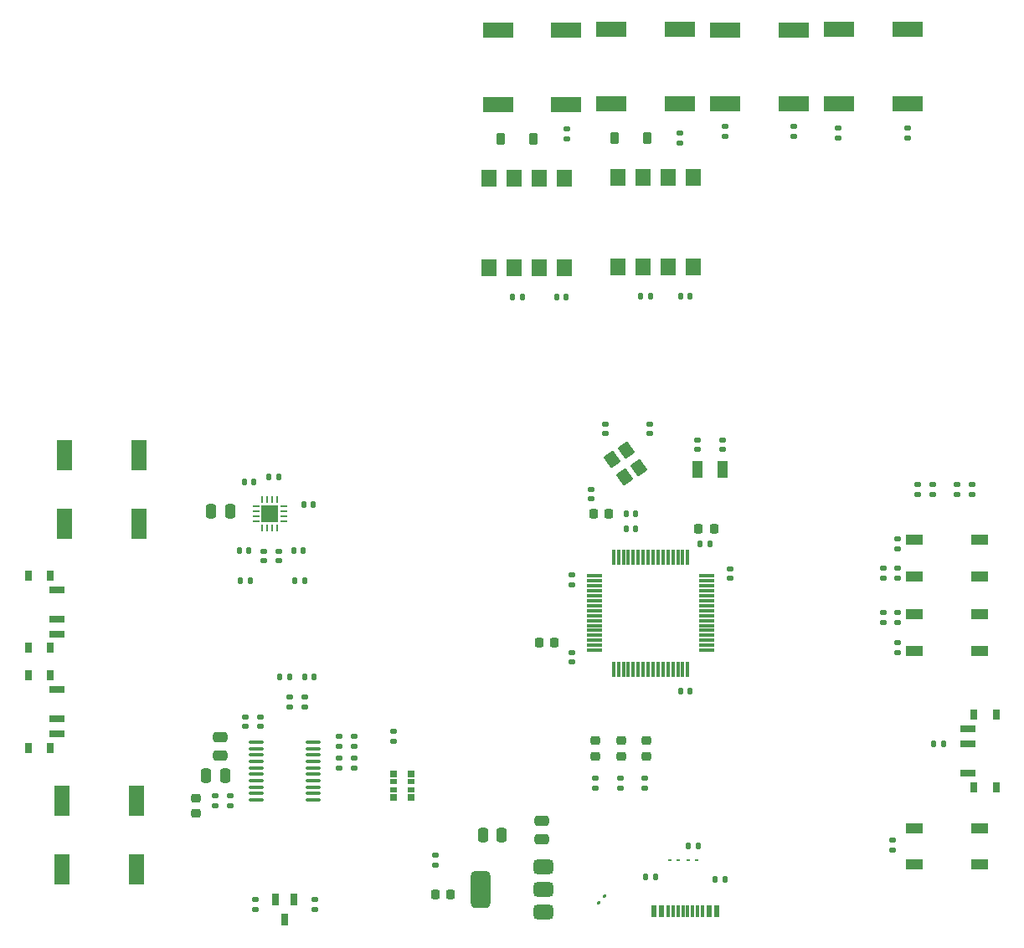
<source format=gbr>
%TF.GenerationSoftware,KiCad,Pcbnew,8.0.5*%
%TF.CreationDate,2024-10-26T11:49:30-04:00*%
%TF.ProjectId,stm-midi-poc1,73746d2d-6d69-4646-992d-706f63312e6b,1*%
%TF.SameCoordinates,Original*%
%TF.FileFunction,Paste,Top*%
%TF.FilePolarity,Positive*%
%FSLAX46Y46*%
G04 Gerber Fmt 4.6, Leading zero omitted, Abs format (unit mm)*
G04 Created by KiCad (PCBNEW 8.0.5) date 2024-10-26 11:49:30*
%MOMM*%
%LPD*%
G01*
G04 APERTURE LIST*
G04 Aperture macros list*
%AMRoundRect*
0 Rectangle with rounded corners*
0 $1 Rounding radius*
0 $2 $3 $4 $5 $6 $7 $8 $9 X,Y pos of 4 corners*
0 Add a 4 corners polygon primitive as box body*
4,1,4,$2,$3,$4,$5,$6,$7,$8,$9,$2,$3,0*
0 Add four circle primitives for the rounded corners*
1,1,$1+$1,$2,$3*
1,1,$1+$1,$4,$5*
1,1,$1+$1,$6,$7*
1,1,$1+$1,$8,$9*
0 Add four rect primitives between the rounded corners*
20,1,$1+$1,$2,$3,$4,$5,0*
20,1,$1+$1,$4,$5,$6,$7,0*
20,1,$1+$1,$6,$7,$8,$9,0*
20,1,$1+$1,$8,$9,$2,$3,0*%
%AMRotRect*
0 Rectangle, with rotation*
0 The origin of the aperture is its center*
0 $1 length*
0 $2 width*
0 $3 Rotation angle, in degrees counterclockwise*
0 Add horizontal line*
21,1,$1,$2,0,0,$3*%
G04 Aperture macros list end*
%ADD10RoundRect,0.075000X-0.075000X0.700000X-0.075000X-0.700000X0.075000X-0.700000X0.075000X0.700000X0*%
%ADD11RoundRect,0.075000X-0.700000X0.075000X-0.700000X-0.075000X0.700000X-0.075000X0.700000X0.075000X0*%
%ADD12RoundRect,0.140000X0.170000X-0.140000X0.170000X0.140000X-0.170000X0.140000X-0.170000X-0.140000X0*%
%ADD13R,3.100000X1.500000*%
%ADD14RoundRect,0.225000X-0.250000X0.225000X-0.250000X-0.225000X0.250000X-0.225000X0.250000X0.225000X0*%
%ADD15RoundRect,0.135000X-0.185000X0.135000X-0.185000X-0.135000X0.185000X-0.135000X0.185000X0.135000X0*%
%ADD16RoundRect,0.140000X0.140000X0.170000X-0.140000X0.170000X-0.140000X-0.170000X0.140000X-0.170000X0*%
%ADD17R,1.700000X1.000000*%
%ADD18RoundRect,0.140000X-0.140000X-0.170000X0.140000X-0.170000X0.140000X0.170000X-0.140000X0.170000X0*%
%ADD19RoundRect,0.100000X-0.637500X-0.100000X0.637500X-0.100000X0.637500X0.100000X-0.637500X0.100000X0*%
%ADD20RoundRect,0.135000X0.185000X-0.135000X0.185000X0.135000X-0.185000X0.135000X-0.185000X-0.135000X0*%
%ADD21R,0.700000X1.250000*%
%ADD22RoundRect,0.140000X-0.170000X0.140000X-0.170000X-0.140000X0.170000X-0.140000X0.170000X0.140000X0*%
%ADD23RoundRect,0.062500X0.117500X0.062500X-0.117500X0.062500X-0.117500X-0.062500X0.117500X-0.062500X0*%
%ADD24RoundRect,0.250000X-0.250000X-0.475000X0.250000X-0.475000X0.250000X0.475000X-0.250000X0.475000X0*%
%ADD25RoundRect,0.218750X0.256250X-0.218750X0.256250X0.218750X-0.256250X0.218750X-0.256250X-0.218750X0*%
%ADD26RoundRect,0.218750X0.218750X0.256250X-0.218750X0.256250X-0.218750X-0.256250X0.218750X-0.256250X0*%
%ADD27RotRect,1.400000X1.200000X125.000000*%
%ADD28R,1.000000X1.800000*%
%ADD29R,0.800000X1.000000*%
%ADD30R,1.500000X0.700000*%
%ADD31RoundRect,0.135000X-0.135000X-0.185000X0.135000X-0.185000X0.135000X0.185000X-0.135000X0.185000X0*%
%ADD32R,1.500000X3.100000*%
%ADD33RoundRect,0.225000X0.225000X0.250000X-0.225000X0.250000X-0.225000X-0.250000X0.225000X-0.250000X0*%
%ADD34R,0.280000X0.660000*%
%ADD35R,0.660000X0.280000*%
%ADD36R,1.750000X1.750000*%
%ADD37RoundRect,0.135000X0.135000X0.185000X-0.135000X0.185000X-0.135000X-0.185000X0.135000X-0.185000X0*%
%ADD38RoundRect,0.375000X0.625000X0.375000X-0.625000X0.375000X-0.625000X-0.375000X0.625000X-0.375000X0*%
%ADD39RoundRect,0.500000X0.500000X1.400000X-0.500000X1.400000X-0.500000X-1.400000X0.500000X-1.400000X0*%
%ADD40R,0.600000X1.150000*%
%ADD41R,0.300000X1.150000*%
%ADD42RoundRect,0.250000X0.475000X-0.250000X0.475000X0.250000X-0.475000X0.250000X-0.475000X-0.250000X0*%
%ADD43RoundRect,0.225000X0.225000X0.375000X-0.225000X0.375000X-0.225000X-0.375000X0.225000X-0.375000X0*%
%ADD44R,1.520000X1.780000*%
%ADD45RoundRect,0.250000X-0.475000X0.250000X-0.475000X-0.250000X0.475000X-0.250000X0.475000X0.250000X0*%
%ADD46RoundRect,0.250000X0.250000X0.475000X-0.250000X0.475000X-0.250000X-0.475000X0.250000X-0.475000X0*%
%ADD47RoundRect,0.225000X-0.225000X-0.250000X0.225000X-0.250000X0.225000X0.250000X-0.225000X0.250000X0*%
%ADD48RoundRect,0.062500X-0.117500X-0.062500X0.117500X-0.062500X0.117500X0.062500X-0.117500X0.062500X0*%
%ADD49R,0.800000X0.650000*%
%ADD50R,0.800000X0.500000*%
%ADD51RoundRect,0.218750X-0.218750X-0.256250X0.218750X-0.256250X0.218750X0.256250X-0.218750X0.256250X0*%
%ADD52RoundRect,0.062500X0.038891X0.127279X-0.127279X-0.038891X-0.038891X-0.127279X0.127279X0.038891X0*%
G04 APERTURE END LIST*
D10*
%TO.C,U1*%
X174741181Y-94350976D03*
X174241181Y-94350976D03*
X173741181Y-94350976D03*
X173241181Y-94350976D03*
X172741181Y-94350976D03*
X172241181Y-94350976D03*
X171741181Y-94350976D03*
X171241181Y-94350976D03*
X170741181Y-94350976D03*
X170241181Y-94350976D03*
X169741181Y-94350976D03*
X169241181Y-94350976D03*
X168741181Y-94350976D03*
X168241181Y-94350976D03*
X167741181Y-94350976D03*
X167241181Y-94350976D03*
D11*
X165316181Y-96275976D03*
X165316181Y-96775976D03*
X165316181Y-97275976D03*
X165316181Y-97775976D03*
X165316181Y-98275976D03*
X165316181Y-98775976D03*
X165316181Y-99275976D03*
X165316181Y-99775976D03*
X165316181Y-100275976D03*
X165316181Y-100775976D03*
X165316181Y-101275976D03*
X165316181Y-101775976D03*
X165316181Y-102275976D03*
X165316181Y-102775976D03*
X165316181Y-103275976D03*
X165316181Y-103775976D03*
D10*
X167241181Y-105700976D03*
X167741181Y-105700976D03*
X168241181Y-105700976D03*
X168741181Y-105700976D03*
X169241181Y-105700976D03*
X169741181Y-105700976D03*
X170241181Y-105700976D03*
X170741181Y-105700976D03*
X171241181Y-105700976D03*
X171741181Y-105700976D03*
X172241181Y-105700976D03*
X172741181Y-105700976D03*
X173241181Y-105700976D03*
X173741181Y-105700976D03*
X174241181Y-105700976D03*
X174741181Y-105700976D03*
D11*
X176666181Y-103775976D03*
X176666181Y-103275976D03*
X176666181Y-102775976D03*
X176666181Y-102275976D03*
X176666181Y-101775976D03*
X176666181Y-101275976D03*
X176666181Y-100775976D03*
X176666181Y-100275976D03*
X176666181Y-99775976D03*
X176666181Y-99275976D03*
X176666181Y-98775976D03*
X176666181Y-98275976D03*
X176666181Y-97775976D03*
X176666181Y-97275976D03*
X176666181Y-96775976D03*
X176666181Y-96275976D03*
%TD*%
D12*
%TO.C,C16*%
X175750000Y-83480000D03*
X175750000Y-82520000D03*
%TD*%
D13*
%TO.C,CN4*%
X167041181Y-48478476D03*
X167041181Y-40978476D03*
X173941181Y-40978476D03*
X173941181Y-48478476D03*
%TD*%
D12*
%TO.C,C2*%
X163036385Y-97149799D03*
X163036385Y-96189799D03*
%TD*%
D14*
%TO.C,C29*%
X125000000Y-118725000D03*
X125000000Y-120275000D03*
%TD*%
D15*
%TO.C,R13*%
X196991181Y-50968472D03*
X196991181Y-51988472D03*
%TD*%
D16*
%TO.C,C35*%
X134480000Y-106500000D03*
X133520000Y-106500000D03*
%TD*%
D17*
%TO.C,SW5*%
X204291181Y-103828476D03*
X197691181Y-103828476D03*
X204291181Y-100128476D03*
X197691181Y-100128476D03*
%TD*%
D18*
%TO.C,C44*%
X174011181Y-67978476D03*
X174971181Y-67978476D03*
%TD*%
D19*
%TO.C,U4*%
X131137500Y-113075000D03*
X131137500Y-113725000D03*
X131137500Y-114375000D03*
X131137500Y-115025000D03*
X131137500Y-115675000D03*
X131137500Y-116325000D03*
X131137500Y-116975000D03*
X131137500Y-117625000D03*
X131137500Y-118275000D03*
X131137500Y-118925000D03*
X136862500Y-118925000D03*
X136862500Y-118275000D03*
X136862500Y-117625000D03*
X136862500Y-116975000D03*
X136862500Y-116325000D03*
X136862500Y-115675000D03*
X136862500Y-115025000D03*
X136862500Y-114375000D03*
X136862500Y-113725000D03*
X136862500Y-113075000D03*
%TD*%
D20*
%TO.C,R20*%
X203500000Y-88010000D03*
X203500000Y-86990000D03*
%TD*%
D21*
%TO.C,U8*%
X134950000Y-129000000D03*
X133050000Y-129000000D03*
X134000000Y-131000000D03*
%TD*%
D18*
%TO.C,C34*%
X136020000Y-106500000D03*
X136980000Y-106500000D03*
%TD*%
%TO.C,C6*%
X168520000Y-91500000D03*
X169480000Y-91500000D03*
%TD*%
%TO.C,C7*%
X168520000Y-90000000D03*
X169480000Y-90000000D03*
%TD*%
D22*
%TO.C,C26*%
X139526545Y-114705054D03*
X139526545Y-115665054D03*
%TD*%
D23*
%TO.C,D8*%
X172912313Y-125039289D03*
X173752313Y-125039289D03*
%TD*%
D24*
%TO.C,C15*%
X154041181Y-122478476D03*
X155941181Y-122478476D03*
%TD*%
D22*
%TO.C,C9*%
X195500000Y-123020000D03*
X195500000Y-123980000D03*
%TD*%
D16*
%TO.C,C41*%
X130881181Y-86728476D03*
X129921181Y-86728476D03*
%TD*%
D25*
%TO.C,D3*%
X170590006Y-114499994D03*
X170590006Y-112924994D03*
%TD*%
D20*
%TO.C,R22*%
X134500000Y-109530000D03*
X134500000Y-108510000D03*
%TD*%
D26*
%TO.C,FB1*%
X166787500Y-90000000D03*
X165212500Y-90000000D03*
%TD*%
D27*
%TO.C,Y1*%
X169761869Y-85302133D03*
X168500000Y-83500000D03*
X167107443Y-84475081D03*
X168369312Y-86277214D03*
%TD*%
D28*
%TO.C,X1*%
X178250000Y-85500000D03*
X175750000Y-85500000D03*
%TD*%
D15*
%TO.C,R21*%
X145000000Y-111990000D03*
X145000000Y-113010000D03*
%TD*%
D22*
%TO.C,C32*%
X139500000Y-112520000D03*
X139500000Y-113480000D03*
%TD*%
D12*
%TO.C,C38*%
X131901181Y-94708476D03*
X131901181Y-93748476D03*
%TD*%
D29*
%TO.C,SW1*%
X203711181Y-117628476D03*
X205921181Y-117628476D03*
X203711181Y-110328476D03*
X205921181Y-110328476D03*
D30*
X203061181Y-116228476D03*
X203061181Y-113228476D03*
X203061181Y-111728476D03*
%TD*%
D22*
%TO.C,C28*%
X128500000Y-118520000D03*
X128500000Y-119480000D03*
%TD*%
D12*
%TO.C,C10*%
X170934656Y-81868607D03*
X170934656Y-80908607D03*
%TD*%
%TO.C,C17*%
X178250000Y-83480000D03*
X178250000Y-82520000D03*
%TD*%
D16*
%TO.C,C36*%
X135881181Y-93728476D03*
X134921181Y-93728476D03*
%TD*%
D31*
%TO.C,R29*%
X169990000Y-67978476D03*
X171010000Y-67978476D03*
%TD*%
D32*
%TO.C,CN5*%
X118991181Y-125950000D03*
X111491181Y-125950000D03*
X111491181Y-119050000D03*
X118991181Y-119050000D03*
%TD*%
D33*
%TO.C,C12*%
X161266181Y-103025976D03*
X159716181Y-103025976D03*
%TD*%
D34*
%TO.C,U3*%
X131741181Y-91388476D03*
X132241181Y-91388476D03*
X132741181Y-91388476D03*
X133241181Y-91388476D03*
D35*
X133901181Y-90728476D03*
X133901181Y-90228476D03*
X133901181Y-89728476D03*
X133901181Y-89228476D03*
D34*
X133241181Y-88568476D03*
X132741181Y-88568476D03*
X132241181Y-88568476D03*
X131741181Y-88568476D03*
D35*
X131081181Y-89228476D03*
X131081181Y-89728476D03*
X131081181Y-90228476D03*
X131081181Y-90728476D03*
D36*
X132491181Y-89978476D03*
%TD*%
D15*
%TO.C,R26*%
X185491181Y-50775976D03*
X185491181Y-51795976D03*
%TD*%
%TO.C,R6*%
X170430006Y-116702494D03*
X170430006Y-117722494D03*
%TD*%
D37*
%TO.C,R25*%
X136010000Y-96728476D03*
X134990000Y-96728476D03*
%TD*%
D15*
%TO.C,R17*%
X198000000Y-86990000D03*
X198000000Y-88010000D03*
%TD*%
D20*
%TO.C,R11*%
X194500000Y-100988476D03*
X194500000Y-99968476D03*
%TD*%
D32*
%TO.C,CN6*%
X119241181Y-90950000D03*
X111741181Y-90950000D03*
X111741181Y-84050000D03*
X119241181Y-84050000D03*
%TD*%
D20*
%TO.C,R23*%
X136000000Y-109530000D03*
X136000000Y-108510000D03*
%TD*%
D16*
%TO.C,C5*%
X174960000Y-107911823D03*
X174000000Y-107911823D03*
%TD*%
D29*
%TO.C,SW2*%
X110280000Y-106350000D03*
X108070000Y-106350000D03*
X110280000Y-113650000D03*
X108070000Y-113650000D03*
D30*
X110930000Y-107750000D03*
X110930000Y-110750000D03*
X110930000Y-112250000D03*
%TD*%
D31*
%TO.C,R3*%
X170510545Y-126708964D03*
X171530545Y-126708964D03*
%TD*%
D17*
%TO.C,SW4*%
X197691181Y-92628476D03*
X204291181Y-92628476D03*
X197691181Y-96328476D03*
X204291181Y-96328476D03*
%TD*%
D38*
%TO.C,U2*%
X160141181Y-130278476D03*
X160141181Y-127978476D03*
D39*
X153841181Y-127978476D03*
D38*
X160141181Y-125678476D03*
%TD*%
D22*
%TO.C,C19*%
X196000000Y-99998476D03*
X196000000Y-100958476D03*
%TD*%
%TO.C,C25*%
X141026545Y-114725054D03*
X141026545Y-115685054D03*
%TD*%
D29*
%TO.C,SW3*%
X110280000Y-96251199D03*
X108070000Y-96251199D03*
X110280000Y-103551199D03*
X108070000Y-103551199D03*
D30*
X110930000Y-97651199D03*
X110930000Y-100651199D03*
X110930000Y-102151199D03*
%TD*%
D40*
%TO.C,J1*%
X171300000Y-130223476D03*
X172100000Y-130223476D03*
D41*
X173250000Y-130223476D03*
X174250000Y-130223476D03*
X174750000Y-130223476D03*
X175750000Y-130223476D03*
D40*
X177700000Y-130223476D03*
X176900000Y-130223476D03*
D41*
X176250000Y-130223476D03*
X175250000Y-130223476D03*
X173750000Y-130223476D03*
X172750000Y-130223476D03*
%TD*%
D18*
%TO.C,C4*%
X176011181Y-93000000D03*
X176971181Y-93000000D03*
%TD*%
D42*
%TO.C,C14*%
X159991181Y-122928476D03*
X159991181Y-121028476D03*
%TD*%
D18*
%TO.C,C20*%
X161511181Y-68025976D03*
X162471181Y-68025976D03*
%TD*%
D12*
%TO.C,C30*%
X130000000Y-111480000D03*
X130000000Y-110520000D03*
%TD*%
%TO.C,C33*%
X131500000Y-111480000D03*
X131500000Y-110520000D03*
%TD*%
D15*
%TO.C,R12*%
X196000000Y-102988476D03*
X196000000Y-104008476D03*
%TD*%
D20*
%TO.C,R19*%
X202000000Y-88010000D03*
X202000000Y-86990000D03*
%TD*%
D13*
%TO.C,CN1*%
X190041181Y-48478472D03*
X190041181Y-40978472D03*
X196941181Y-40978472D03*
X196941181Y-48478472D03*
%TD*%
D12*
%TO.C,C11*%
X166434656Y-81868607D03*
X166434656Y-80908607D03*
%TD*%
D22*
%TO.C,C31*%
X141000000Y-112520000D03*
X141000000Y-113480000D03*
%TD*%
D43*
%TO.C,D6*%
X159141181Y-52025976D03*
X155841181Y-52025976D03*
%TD*%
D15*
%TO.C,R9*%
X194500000Y-95468476D03*
X194500000Y-96488476D03*
%TD*%
D18*
%TO.C,C43*%
X135904019Y-89072263D03*
X136864019Y-89072263D03*
%TD*%
D31*
%TO.C,R16*%
X156981181Y-68025976D03*
X158001181Y-68025976D03*
%TD*%
D24*
%TO.C,C40*%
X126550000Y-89728476D03*
X128450000Y-89728476D03*
%TD*%
D44*
%TO.C,U6*%
X162301181Y-55975976D03*
X159761181Y-55975976D03*
X157221181Y-55975976D03*
X154681181Y-55975976D03*
X154681181Y-65075976D03*
X157221181Y-65075976D03*
X159761181Y-65075976D03*
X162301181Y-65075976D03*
%TD*%
D31*
%TO.C,R24*%
X129490000Y-96728476D03*
X130510000Y-96728476D03*
%TD*%
D22*
%TO.C,C3*%
X178991181Y-95520000D03*
X178991181Y-96480000D03*
%TD*%
D16*
%TO.C,C42*%
X133381181Y-86228476D03*
X132421181Y-86228476D03*
%TD*%
D31*
%TO.C,R4*%
X174812381Y-123602739D03*
X175832381Y-123602739D03*
%TD*%
D15*
%TO.C,R7*%
X167920006Y-116702494D03*
X167920006Y-117722494D03*
%TD*%
D12*
%TO.C,C18*%
X196000000Y-96458476D03*
X196000000Y-95498476D03*
%TD*%
D37*
%TO.C,R2*%
X178510000Y-127000000D03*
X177490000Y-127000000D03*
%TD*%
D15*
%TO.C,R15*%
X162491181Y-51015976D03*
X162491181Y-52035976D03*
%TD*%
D44*
%TO.C,U7*%
X175301181Y-55928476D03*
X172761181Y-55928476D03*
X170221181Y-55928476D03*
X167681181Y-55928476D03*
X167681181Y-65028476D03*
X170221181Y-65028476D03*
X172761181Y-65028476D03*
X175301181Y-65028476D03*
%TD*%
D13*
%TO.C,CN2*%
X155541181Y-48525976D03*
X155541181Y-41025976D03*
X162441181Y-41025976D03*
X162441181Y-48525976D03*
%TD*%
D12*
%TO.C,C21*%
X137000000Y-129980000D03*
X137000000Y-129020000D03*
%TD*%
%TO.C,C39*%
X133401181Y-94708476D03*
X133401181Y-93748476D03*
%TD*%
D45*
%TO.C,C23*%
X127500000Y-112550000D03*
X127500000Y-114450000D03*
%TD*%
D15*
%TO.C,R18*%
X199500000Y-86990000D03*
X199500000Y-88010000D03*
%TD*%
D22*
%TO.C,C27*%
X127000000Y-118520000D03*
X127000000Y-119480000D03*
%TD*%
D12*
%TO.C,C8*%
X165000000Y-88480000D03*
X165000000Y-87520000D03*
%TD*%
D20*
%TO.C,R10*%
X196000000Y-93488476D03*
X196000000Y-92468476D03*
%TD*%
D46*
%TO.C,C24*%
X127950000Y-116500000D03*
X126050000Y-116500000D03*
%TD*%
D22*
%TO.C,C22*%
X131000000Y-129020000D03*
X131000000Y-129980000D03*
%TD*%
D47*
%TO.C,C1*%
X175834375Y-91503996D03*
X177384375Y-91503996D03*
%TD*%
D13*
%TO.C,CN3*%
X178541181Y-48493096D03*
X178541181Y-40993096D03*
X185441181Y-40993096D03*
X185441181Y-48493096D03*
%TD*%
D15*
%TO.C,R8*%
X165430006Y-116702494D03*
X165430006Y-117722494D03*
%TD*%
D25*
%TO.C,D4*%
X168000006Y-114499994D03*
X168000006Y-112924994D03*
%TD*%
D48*
%TO.C,D9*%
X175654331Y-125032299D03*
X174814331Y-125032299D03*
%TD*%
D49*
%TO.C,RN1*%
X146800000Y-118700000D03*
D50*
X146800000Y-117900000D03*
X146800000Y-117100000D03*
D49*
X146800000Y-116300000D03*
X145000000Y-116300000D03*
D50*
X145000000Y-117100000D03*
X145000000Y-117900000D03*
D49*
X145000000Y-118700000D03*
%TD*%
D43*
%TO.C,D7*%
X170641181Y-51978476D03*
X167341181Y-51978476D03*
%TD*%
D25*
%TO.C,D5*%
X165410006Y-114499994D03*
X165410006Y-112924994D03*
%TD*%
D15*
%TO.C,R14*%
X189991181Y-50968472D03*
X189991181Y-51988472D03*
%TD*%
D17*
%TO.C,SW6*%
X197691181Y-121778476D03*
X204291181Y-121778476D03*
X197691181Y-125478476D03*
X204291181Y-125478476D03*
%TD*%
D18*
%TO.C,C37*%
X129421181Y-93728476D03*
X130381181Y-93728476D03*
%TD*%
D15*
%TO.C,R27*%
X178491181Y-50765976D03*
X178491181Y-51785976D03*
%TD*%
D12*
%TO.C,C13*%
X163000000Y-104980000D03*
X163000000Y-104020000D03*
%TD*%
D31*
%TO.C,R1*%
X199600834Y-113227220D03*
X200620834Y-113227220D03*
%TD*%
D20*
%TO.C,R5*%
X149209778Y-125510000D03*
X149209778Y-124490000D03*
%TD*%
D51*
%TO.C,D2*%
X149212500Y-128500000D03*
X150787500Y-128500000D03*
%TD*%
D15*
%TO.C,R28*%
X173991181Y-51468476D03*
X173991181Y-52488476D03*
%TD*%
D52*
%TO.C,D10*%
X165703015Y-129296985D03*
X166296985Y-128703015D03*
%TD*%
M02*

</source>
